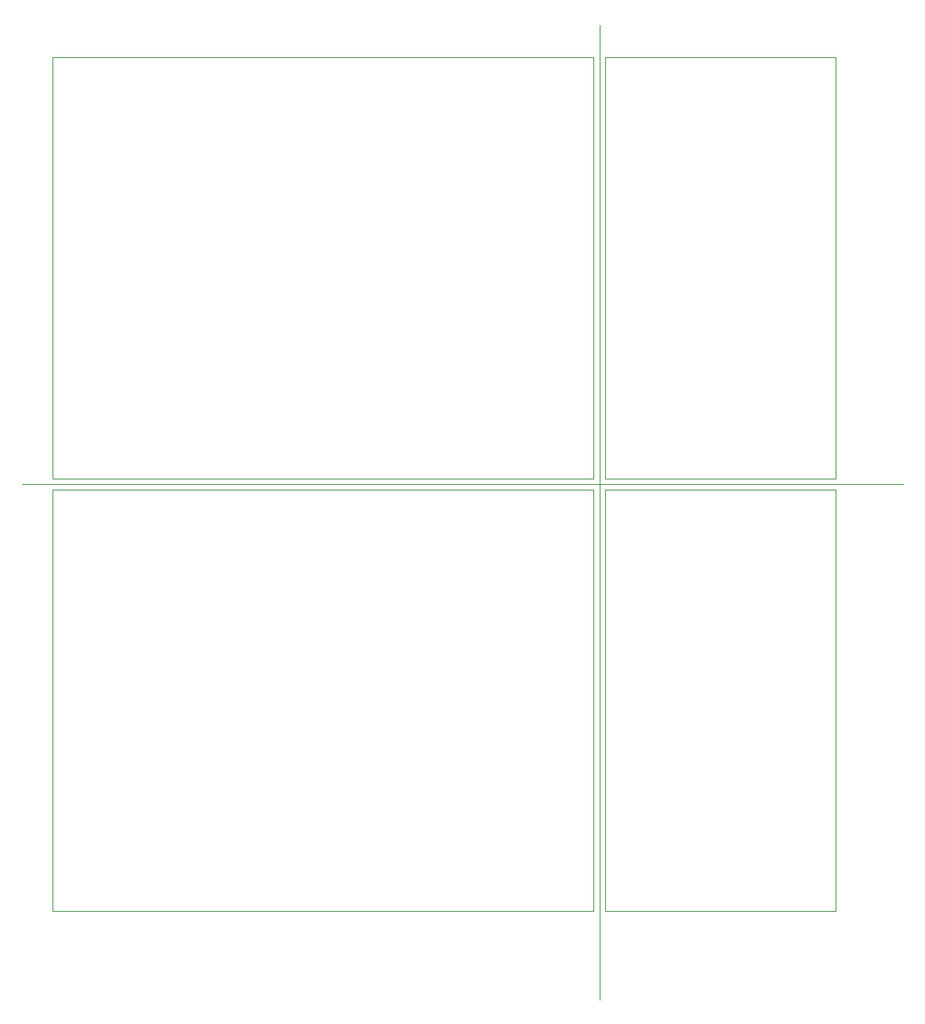
<source format=gko>
G04 #@! TF.GenerationSoftware,KiCad,Pcbnew,(5.1.0-0)*
G04 #@! TF.CreationDate,2019-04-23T20:45:17+03:00*
G04 #@! TF.ProjectId,panel,70616e65-6c2e-46b6-9963-61645f706362,1.0*
G04 #@! TF.SameCoordinates,Original*
G04 #@! TF.FileFunction,Profile,NP*
%FSLAX46Y46*%
G04 Gerber Fmt 4.6, Leading zero omitted, Abs format (unit mm)*
G04 Created by KiCad (PCBNEW (5.1.0-0)) date 2019-04-23 20:45:17*
%MOMM*%
%LPD*%
G04 APERTURE LIST*
%ADD10C,0.050000*%
G04 APERTURE END LIST*
D10*
X170942000Y-23622000D02*
X170942000Y-128778000D01*
X108585000Y-73152000D02*
X203708000Y-73152000D01*
X170307000Y-119253000D02*
X111887000Y-119253000D01*
X170307000Y-73787000D02*
X170307000Y-119253000D01*
X111887000Y-73787000D02*
X170307000Y-73787000D01*
X111887000Y-119253000D02*
X111887000Y-73787000D01*
X170307000Y-72580500D02*
X111887000Y-72580500D01*
X170307000Y-27114500D02*
X170307000Y-72580500D01*
X111887000Y-27114500D02*
X170307000Y-27114500D01*
X111887000Y-72580500D02*
X111887000Y-27114500D01*
X196469000Y-72580500D02*
X171577000Y-72580500D01*
X196469000Y-27114500D02*
X196469000Y-72580500D01*
X171577000Y-27114500D02*
X196469000Y-27114500D01*
X171577000Y-72580500D02*
X171577000Y-27114500D01*
X196469000Y-119253000D02*
X171577000Y-119253000D01*
X196469000Y-73787000D02*
X196469000Y-119253000D01*
X171577000Y-73787000D02*
X196469000Y-73787000D01*
X171577000Y-119253000D02*
X171577000Y-73787000D01*
M02*

</source>
